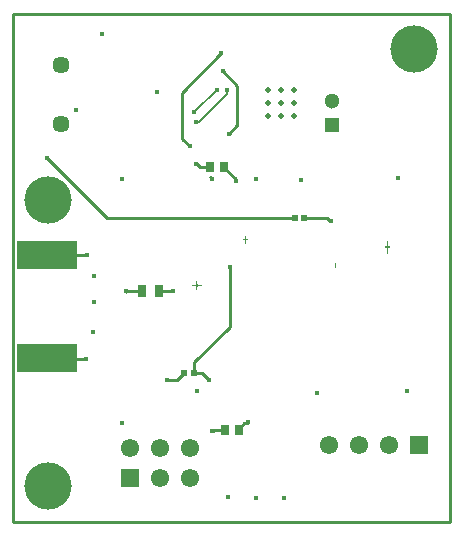
<source format=gbr>
%TF.GenerationSoftware,Altium Limited,Altium Designer,23.3.1 (30)*%
G04 Layer_Physical_Order=4*
G04 Layer_Color=16711680*
%FSLAX45Y45*%
%MOMM*%
%TF.SameCoordinates,3D4662BF-085F-4CF4-8E86-F61BF3E894F1*%
%TF.FilePolarity,Positive*%
%TF.FileFunction,Copper,L4,Bot,Signal*%
%TF.Part,Single*%
G01*
G75*
%TA.AperFunction,SMDPad,CuDef*%
%ADD13R,0.56818X0.57247*%
%TA.AperFunction,ConnectorPad*%
%ADD14R,5.08000X2.41300*%
%TA.AperFunction,Conductor*%
%ADD28C,0.25400*%
%ADD30C,0.19800*%
%ADD31C,0.19079*%
%TA.AperFunction,ViaPad*%
%ADD33C,4.00000*%
%TA.AperFunction,ComponentPad*%
%ADD34R,1.55000X1.55000*%
%ADD35C,1.55000*%
%ADD36C,1.45000*%
%ADD37R,1.30000X1.30000*%
%ADD38C,1.30000*%
%TA.AperFunction,ViaPad*%
%ADD39C,0.44400*%
%ADD40C,0.50000*%
%TA.AperFunction,NonConductor*%
%ADD41C,0.25400*%
%TA.AperFunction,SMDPad,CuDef*%
%ADD50R,0.75000X0.90000*%
%ADD51R,0.75000X1.00000*%
%ADD52R,0.46818X0.47247*%
G36*
X1526370Y1997563D02*
Y1994435D01*
X1551391D01*
Y1991307D01*
X1554519D01*
Y1988180D01*
X1557646D01*
Y1963159D01*
X1560774D01*
Y1960031D01*
X1563902D01*
Y1985052D01*
X1567029D01*
Y1991307D01*
X1570157D01*
Y1994435D01*
X1595178D01*
Y1997563D01*
X1601433D01*
Y2000690D01*
X1576412D01*
Y2003818D01*
X1567029D01*
Y2010073D01*
X1563902D01*
Y2035094D01*
X1557646D01*
Y2006946D01*
X1554519D01*
Y2003818D01*
X1548263D01*
Y2000690D01*
X1520115D01*
Y1997563D01*
X1523243D01*
X1526370D01*
D02*
G37*
G36*
X1983002Y2382259D02*
X2004895D01*
Y2385387D01*
X2017406D01*
Y2388515D01*
X1995512D01*
Y2391642D01*
X1979874D01*
Y2401025D01*
X1976747D01*
Y2429174D01*
X1973619D01*
Y2422918D01*
X1970492D01*
Y2397897D01*
X1967364D01*
Y2391642D01*
X1951726D01*
Y2388515D01*
X1929833D01*
Y2385387D01*
X1945471D01*
Y2382259D01*
X1967364D01*
Y2376004D01*
X1970492D01*
Y2350983D01*
X1973619D01*
Y2344728D01*
X1976747D01*
Y2369749D01*
X1979874D01*
Y2382259D01*
X1983002D01*
D02*
G37*
G36*
X2733630Y2175837D02*
X2721119D01*
Y2172709D01*
X2708609D01*
Y2169582D01*
X2730502D01*
Y2166454D01*
X2733630D01*
Y2150816D01*
X2736757D01*
Y2147688D01*
X2739885D01*
Y2166454D01*
X2743012D01*
Y2169582D01*
X2764906D01*
Y2172709D01*
X2752395D01*
Y2175837D01*
X2739885D01*
Y2194602D01*
X2736757D01*
Y2191475D01*
X2733630D01*
Y2178964D01*
Y2175837D01*
D02*
G37*
G36*
X3177751Y2297814D02*
X3180879D01*
Y2319707D01*
X3199644D01*
Y2322835D01*
X3227793D01*
Y2325962D01*
X3224665D01*
Y2329090D01*
X3196517D01*
Y2332218D01*
X3180879D01*
Y2354111D01*
X3177751D01*
Y2379132D01*
X3174623D01*
Y2372877D01*
X3171496D01*
Y2344728D01*
X3168368D01*
Y2332218D01*
X3152730D01*
Y2329090D01*
X3124582D01*
Y2322835D01*
X3149602D01*
Y2319707D01*
X3168368D01*
Y2307197D01*
X3171496D01*
Y2279048D01*
X3174623D01*
Y2269665D01*
X3177751D01*
Y2294686D01*
Y2297814D01*
D02*
G37*
D13*
X1449783Y1257500D02*
D03*
X1540217D02*
D03*
D14*
X292100Y1383250D02*
D03*
Y2259550D02*
D03*
D28*
X295000Y3075800D02*
Y3077500D01*
Y3075800D02*
X803300Y2567500D01*
X2389787D01*
X1689100Y770000D02*
X1694241D01*
X1964109Y836609D02*
X1987669D01*
X1694241Y770000D02*
X1704241Y780000D01*
X1987669Y836609D02*
X1991305Y840244D01*
X1915000Y787500D02*
X1964109Y836609D01*
X1915000Y780000D02*
Y787500D01*
X1704241Y780000D02*
X1795000D01*
X1557500Y3027500D02*
X1562642D01*
X1585141Y3005000D02*
X1672500D01*
X1562642Y3027500D02*
X1585141Y3005000D01*
X962500Y1950000D02*
X1092500D01*
X292100Y1383250D02*
X295350Y1380000D01*
X625000D01*
X292100Y2259550D02*
X292550Y2260000D01*
X630000D01*
X1540217Y1348115D02*
X1838000Y1645898D01*
X1540217Y1257715D02*
Y1348115D01*
X1242502Y1950000D02*
X1245002Y1952500D01*
X1357500D01*
X1888665Y2889566D02*
X1892300Y2885931D01*
X1792500Y2997500D02*
Y3005000D01*
Y2997500D02*
X1888665Y2901335D01*
Y2889566D02*
Y2901335D01*
X1685000Y2897500D02*
Y2902641D01*
X1672500Y2915141D02*
X1685000Y2902641D01*
X1540217Y1257500D02*
X1605300D01*
X1663700Y1199100D01*
X1433859Y1241576D02*
X1434074D01*
X1449783Y1257285D02*
Y1257500D01*
X1434074Y1241576D02*
X1449783Y1257285D01*
X1391383Y1199100D02*
X1433859Y1241576D01*
X1308100Y1199100D02*
X1391383D01*
X962500Y1950000D02*
X963300Y1949200D01*
X2665521Y2567500D02*
X2687721Y2545300D01*
X2470213Y2567500D02*
X2665521D01*
X2687721Y2545300D02*
X2692400D01*
X1778000Y3815300D02*
X1902500Y3690800D01*
Y3355600D02*
Y3690800D01*
X1828800Y3281900D02*
X1902500Y3355600D01*
X1308100Y1199100D02*
Y1206004D01*
X1838000Y1645898D02*
Y2160800D01*
X1435100Y3633518D02*
X1769282Y3967700D01*
X1435100Y3243800D02*
X1498600Y3180300D01*
X1435100Y3243800D02*
Y3633518D01*
X1838000Y2160800D02*
X1841500Y2164300D01*
D30*
X1543811Y3473234D02*
X1727942Y3657365D01*
X1577058Y3387500D02*
X1815000Y3625442D01*
Y3657500D01*
D31*
X1552879Y3388321D02*
X1553700Y3387500D01*
X1540000Y3472500D02*
X1540821Y3471679D01*
X1553700Y3387500D02*
X1577058D01*
D33*
X300000Y2720000D02*
D03*
X3400000Y4000000D02*
D03*
X300000Y300000D02*
D03*
D34*
X990600Y373600D02*
D03*
X3441700Y653000D02*
D03*
D35*
X1244600Y373600D02*
D03*
X1498600D02*
D03*
X990600Y627600D02*
D03*
X1244600D02*
D03*
X1498600D02*
D03*
X3187700Y653000D02*
D03*
X2933700D02*
D03*
X2679700D02*
D03*
D36*
X409702Y3867700D02*
D03*
Y3367701D02*
D03*
D37*
X2705100Y3358100D02*
D03*
D38*
Y3558100D02*
D03*
D39*
X295000Y3077500D02*
D03*
X1822500Y210000D02*
D03*
X2057500Y205000D02*
D03*
X2295000D02*
D03*
X1991305Y840244D02*
D03*
X1689100Y770000D02*
D03*
X1557500Y3027500D02*
D03*
X1560000Y1105000D02*
D03*
X927500Y840000D02*
D03*
X625000Y1380000D02*
D03*
X630000Y2260000D02*
D03*
X1357500Y1952500D02*
D03*
X1892300Y2885931D02*
D03*
X962500Y1950000D02*
D03*
X3267500Y2907500D02*
D03*
X2445000Y2895000D02*
D03*
X2065000Y2900000D02*
D03*
X927500Y2902500D02*
D03*
X1685000Y2897500D02*
D03*
X540000Y3485000D02*
D03*
X1225000Y3637500D02*
D03*
X760000Y4132500D02*
D03*
X1552879Y3388321D02*
D03*
X1540000Y3472500D02*
D03*
X1815000Y3657500D02*
D03*
X1727942D02*
D03*
X1828800Y3281900D02*
D03*
X2580000Y1092500D02*
D03*
X3340000Y1110000D02*
D03*
X690000Y1857500D02*
D03*
Y2080000D02*
D03*
X685000Y1602500D02*
D03*
X1663700Y1199100D02*
D03*
X1308100D02*
D03*
X1838000Y2160800D02*
D03*
X2692400Y2545300D02*
D03*
X1769282Y3967700D02*
D03*
X1778000Y3815300D02*
D03*
X1498600Y3180300D02*
D03*
D40*
X2160900Y3652400D02*
D03*
X2270902D02*
D03*
X2380899D02*
D03*
X2160900Y3542402D02*
D03*
X2270902D02*
D03*
X2380899D02*
D03*
X2160900Y3432400D02*
D03*
X2270902D02*
D03*
X2380899D02*
D03*
D41*
X0Y0D02*
X3700000D01*
X0Y4300000D02*
X3700000D01*
Y0D02*
Y4300000D01*
X0Y0D02*
Y4300000D01*
D50*
X1915000Y780000D02*
D03*
X1795000D02*
D03*
X1672500Y3005000D02*
D03*
X1792500D02*
D03*
D51*
X1092500Y1950000D02*
D03*
X1242502D02*
D03*
D52*
X2470213Y2567500D02*
D03*
X2389787D02*
D03*
%TF.MD5,d97715610f9eab5717eabd2747933c48*%
M02*

</source>
